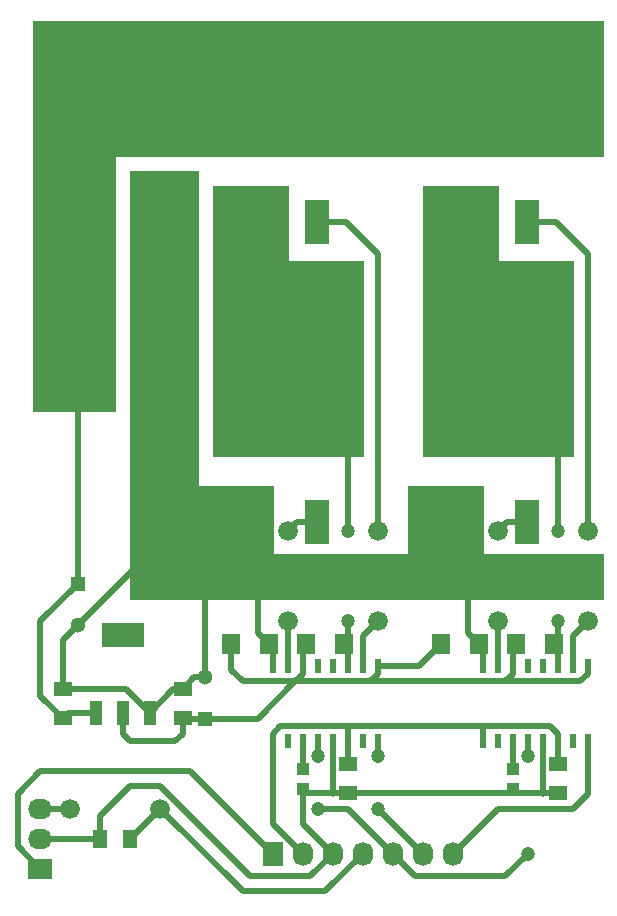
<source format=gbr>
G04 #@! TF.FileFunction,Copper,L2,Bot,Signal*
%FSLAX46Y46*%
G04 Gerber Fmt 4.6, Leading zero omitted, Abs format (unit mm)*
G04 Created by KiCad (PCBNEW 4.0.2-stable) date 2016/07/02 11:20:46*
%MOMM*%
G01*
G04 APERTURE LIST*
%ADD10C,0.100000*%
%ADD11C,1.300000*%
%ADD12R,1.300000X1.300000*%
%ADD13R,2.032000X1.727200*%
%ADD14O,2.032000X1.727200*%
%ADD15R,1.727200X2.032000*%
%ADD16O,1.727200X2.032000*%
%ADD17R,1.500000X1.300000*%
%ADD18R,1.600000X1.800000*%
%ADD19R,1.300000X1.500000*%
%ADD20R,1.998980X3.799840*%
%ADD21R,11.501120X8.999220*%
%ADD22C,1.676400*%
%ADD23R,3.657600X2.032000*%
%ADD24R,1.016000X2.032000*%
%ADD25R,0.508000X1.143000*%
%ADD26R,1.000000X1.100000*%
%ADD27C,1.200000*%
%ADD28C,0.500000*%
%ADD29C,0.025400*%
G04 APERTURE END LIST*
D10*
D11*
X78740000Y-72715000D03*
D12*
X78740000Y-69215000D03*
D13*
X75565000Y-93345000D03*
D14*
X75565000Y-90805000D03*
X75565000Y-88265000D03*
D15*
X95250000Y-92075000D03*
D16*
X97790000Y-92075000D03*
X100330000Y-92075000D03*
X102870000Y-92075000D03*
X105410000Y-92075000D03*
X107950000Y-92075000D03*
X110490000Y-92075000D03*
D11*
X89535000Y-77145000D03*
D12*
X89535000Y-80645000D03*
D17*
X101600000Y-84475000D03*
X101600000Y-86975000D03*
X119380000Y-84475000D03*
X119380000Y-86975000D03*
X77470000Y-80625000D03*
X77470000Y-78125000D03*
X87630000Y-80625000D03*
X87630000Y-78125000D03*
D18*
X98095000Y-74295000D03*
X101295000Y-74295000D03*
X109525000Y-74295000D03*
X112725000Y-74295000D03*
X115875000Y-74295000D03*
X119075000Y-74295000D03*
X91745000Y-74295000D03*
X94945000Y-74295000D03*
D19*
X80665000Y-90805000D03*
X83165000Y-90805000D03*
D12*
X78740000Y-53340000D03*
D11*
X86240000Y-53340000D03*
D12*
X78740000Y-35560000D03*
D11*
X86240000Y-35560000D03*
D20*
X99019360Y-38569900D03*
X94020640Y-38569900D03*
D21*
X96520000Y-27470100D03*
D20*
X99019360Y-63969900D03*
X94020640Y-63969900D03*
D21*
X96520000Y-52870100D03*
D20*
X116799360Y-38569900D03*
X111800640Y-38569900D03*
D21*
X114300000Y-27470100D03*
D20*
X116799360Y-63969900D03*
X111800640Y-63969900D03*
D21*
X114300000Y-52870100D03*
D22*
X104140000Y-64770000D03*
X104140000Y-72390000D03*
X96520000Y-64770000D03*
X96520000Y-72390000D03*
X121920000Y-64770000D03*
X121920000Y-72390000D03*
X114300000Y-64770000D03*
X114300000Y-72390000D03*
X78105000Y-88265000D03*
X85725000Y-88265000D03*
D23*
X82550000Y-73533000D03*
D24*
X82550000Y-80137000D03*
X80264000Y-80137000D03*
X84836000Y-80137000D03*
D25*
X104140000Y-76200000D03*
X101600000Y-76200000D03*
X100330000Y-76200000D03*
X99060000Y-76200000D03*
X97790000Y-76200000D03*
X96520000Y-76200000D03*
X95250000Y-76200000D03*
X95250000Y-82550000D03*
X96520000Y-82550000D03*
X97790000Y-82550000D03*
X99060000Y-82550000D03*
X100330000Y-82550000D03*
X101600000Y-82550000D03*
X102870000Y-82550000D03*
X104140000Y-82550000D03*
X102870000Y-76200000D03*
X121920000Y-76200000D03*
X119380000Y-76200000D03*
X118110000Y-76200000D03*
X116840000Y-76200000D03*
X115570000Y-76200000D03*
X114300000Y-76200000D03*
X113030000Y-76200000D03*
X113030000Y-82550000D03*
X114300000Y-82550000D03*
X115570000Y-82550000D03*
X116840000Y-82550000D03*
X118110000Y-82550000D03*
X119380000Y-82550000D03*
X120650000Y-82550000D03*
X121920000Y-82550000D03*
X120650000Y-76200000D03*
D26*
X97790000Y-84875000D03*
X97790000Y-86575000D03*
X115570000Y-84875000D03*
X115570000Y-86575000D03*
D27*
X101600000Y-72390000D03*
X101600000Y-64770000D03*
X119380000Y-72390000D03*
X119380000Y-64770000D03*
X116840000Y-83820000D03*
X116840000Y-92075000D03*
X99060000Y-83820000D03*
X99060000Y-88265000D03*
X104140000Y-83820000D03*
X104140000Y-88265000D03*
D28*
X97790000Y-92075000D02*
X95250000Y-89535000D01*
X95250000Y-89535000D02*
X95250000Y-82550000D01*
X95250000Y-89535000D02*
X95250000Y-82550000D01*
X101600000Y-84475000D02*
X101600000Y-82550000D01*
X119380000Y-82550000D02*
X119380000Y-84475000D01*
X101600000Y-82550000D02*
X101600000Y-81280000D01*
X113030000Y-82550000D02*
X113030000Y-81280000D01*
X95250000Y-82550000D02*
X95250000Y-81915000D01*
X119380000Y-81915000D02*
X119380000Y-82550000D01*
X118745000Y-81280000D02*
X119380000Y-81915000D01*
X95885000Y-81280000D02*
X101600000Y-81280000D01*
X101600000Y-81280000D02*
X113030000Y-81280000D01*
X113030000Y-81280000D02*
X118745000Y-81280000D01*
X95250000Y-81915000D02*
X95885000Y-81280000D01*
X100330000Y-92075000D02*
X98425000Y-93980000D01*
X80665000Y-88880000D02*
X80665000Y-90805000D01*
X83185000Y-86360000D02*
X80665000Y-88880000D01*
X85725000Y-86360000D02*
X83185000Y-86360000D01*
X93345000Y-93980000D02*
X85725000Y-86360000D01*
X98425000Y-93980000D02*
X93345000Y-93980000D01*
X75565000Y-90805000D02*
X80665000Y-90805000D01*
X100330000Y-92075000D02*
X97790000Y-89535000D01*
X97790000Y-89535000D02*
X97790000Y-86575000D01*
X100330000Y-82550000D02*
X100330000Y-86995000D01*
X100330000Y-86995000D02*
X100330000Y-86975000D01*
X114935000Y-86975000D02*
X115170000Y-86975000D01*
X115170000Y-86975000D02*
X115570000Y-86575000D01*
X97790000Y-86575000D02*
X98190000Y-86975000D01*
X98190000Y-86975000D02*
X100330000Y-86975000D01*
X100330000Y-86975000D02*
X101600000Y-86975000D01*
X100965000Y-86995000D02*
X101580000Y-86995000D01*
X101580000Y-86995000D02*
X101600000Y-86975000D01*
X118110000Y-82550000D02*
X118110000Y-86995000D01*
X118110000Y-86995000D02*
X118110000Y-86975000D01*
X101600000Y-86975000D02*
X114935000Y-86975000D01*
X114935000Y-86975000D02*
X118110000Y-86975000D01*
X118110000Y-86975000D02*
X119380000Y-86975000D01*
X78740000Y-72715000D02*
X87485100Y-63969900D01*
X87485100Y-63969900D02*
X94020640Y-63969900D01*
X77470000Y-78125000D02*
X77470000Y-73985000D01*
X77470000Y-73985000D02*
X78740000Y-72715000D01*
X89535000Y-77145000D02*
X89535000Y-68580000D01*
X89535000Y-68455540D02*
X94020640Y-63969900D01*
X89535000Y-68580000D02*
X89535000Y-68455540D01*
X87630000Y-78125000D02*
X88610000Y-77145000D01*
X88610000Y-77145000D02*
X89535000Y-77145000D01*
X77470000Y-78125000D02*
X82824000Y-78125000D01*
X82824000Y-78125000D02*
X84836000Y-80137000D01*
X84836000Y-80137000D02*
X86848000Y-78125000D01*
X86848000Y-78125000D02*
X87630000Y-78125000D01*
X94945000Y-74295000D02*
X94020640Y-73370640D01*
X94020640Y-73370640D02*
X94020640Y-63969900D01*
X112725000Y-74295000D02*
X111800640Y-73370640D01*
X111800640Y-73370640D02*
X111800640Y-63969900D01*
X112725000Y-74295000D02*
X113030000Y-74600000D01*
X113030000Y-74600000D02*
X113030000Y-76200000D01*
X94945000Y-74295000D02*
X95250000Y-74600000D01*
X95250000Y-74600000D02*
X95250000Y-76200000D01*
X78740000Y-69215000D02*
X75565000Y-72390000D01*
X75565000Y-78720000D02*
X77470000Y-80625000D01*
X75565000Y-72390000D02*
X75565000Y-78720000D01*
X78740000Y-69215000D02*
X78740000Y-53340000D01*
X77450000Y-80645000D02*
X77470000Y-80625000D01*
X77470000Y-80625000D02*
X77958000Y-80137000D01*
X77958000Y-80137000D02*
X80264000Y-80137000D01*
X89535000Y-80645000D02*
X93980000Y-80645000D01*
X93980000Y-80645000D02*
X97155000Y-77470000D01*
X82550000Y-80137000D02*
X82550000Y-81915000D01*
X87630000Y-81915000D02*
X87630000Y-80625000D01*
X86995000Y-82550000D02*
X87630000Y-81915000D01*
X83185000Y-82550000D02*
X86995000Y-82550000D01*
X82550000Y-81915000D02*
X83185000Y-82550000D01*
X89535000Y-80645000D02*
X87650000Y-80645000D01*
X87650000Y-80645000D02*
X87630000Y-80625000D01*
X91745000Y-74295000D02*
X91745000Y-76505000D01*
X95250000Y-77470000D02*
X97155000Y-77470000D01*
X91745000Y-76505000D02*
X92710000Y-77470000D01*
X92710000Y-77470000D02*
X95250000Y-77470000D01*
X114935000Y-77470000D02*
X121285000Y-77470000D01*
X121920000Y-76835000D02*
X121920000Y-76200000D01*
X121285000Y-77470000D02*
X121920000Y-76835000D01*
X103505000Y-77470000D02*
X114935000Y-77470000D01*
X115570000Y-76835000D02*
X115570000Y-76200000D01*
X114935000Y-77470000D02*
X115570000Y-76835000D01*
X97155000Y-77470000D02*
X103505000Y-77470000D01*
X104140000Y-76835000D02*
X104140000Y-76200000D01*
X103505000Y-77470000D02*
X104140000Y-76835000D01*
X97790000Y-76835000D02*
X97790000Y-76200000D01*
X97155000Y-77470000D02*
X97790000Y-76835000D01*
X109525000Y-74295000D02*
X107620000Y-76200000D01*
X107620000Y-76200000D02*
X104140000Y-76200000D01*
X115570000Y-76200000D02*
X115570000Y-74600000D01*
X115570000Y-74600000D02*
X115875000Y-74295000D01*
X97790000Y-76200000D02*
X97790000Y-74600000D01*
X97790000Y-74600000D02*
X98095000Y-74295000D01*
X96520000Y-52870100D02*
X101600000Y-57950100D01*
X101600000Y-72390000D02*
X101600000Y-73990000D01*
X101600000Y-57950100D02*
X101600000Y-64770000D01*
X101600000Y-73990000D02*
X101295000Y-74295000D01*
X101600000Y-76200000D02*
X101600000Y-74600000D01*
X101600000Y-74600000D02*
X101295000Y-74295000D01*
X114300000Y-52870100D02*
X119380000Y-57950100D01*
X119380000Y-72390000D02*
X119380000Y-73990000D01*
X119380000Y-57950100D02*
X119380000Y-64770000D01*
X119380000Y-73990000D02*
X119075000Y-74295000D01*
X119380000Y-76200000D02*
X119380000Y-74600000D01*
X119380000Y-74600000D02*
X119075000Y-74295000D01*
X85725000Y-88265000D02*
X92710000Y-95250000D01*
X99695000Y-95250000D02*
X102870000Y-92075000D01*
X92710000Y-95250000D02*
X99695000Y-95250000D01*
X83165000Y-90805000D02*
X83185000Y-90805000D01*
X83185000Y-90805000D02*
X85725000Y-88265000D01*
X105410000Y-92075000D02*
X107315000Y-93980000D01*
X116840000Y-83820000D02*
X116840000Y-82550000D01*
X116840000Y-92075000D02*
X114935000Y-93980000D01*
X107315000Y-93980000D02*
X114935000Y-93980000D01*
X105410000Y-92075000D02*
X101600000Y-88265000D01*
X99060000Y-83820000D02*
X99060000Y-82550000D01*
X101600000Y-88265000D02*
X99060000Y-88265000D01*
X107950000Y-92075000D02*
X104140000Y-88265000D01*
X104140000Y-83820000D02*
X104140000Y-82550000D01*
X110490000Y-92075000D02*
X114300000Y-88265000D01*
X121920000Y-86995000D02*
X121920000Y-82550000D01*
X120650000Y-88265000D02*
X121920000Y-86995000D01*
X114300000Y-88265000D02*
X120650000Y-88265000D01*
X75565000Y-93345000D02*
X73660000Y-91440000D01*
X88265000Y-85090000D02*
X95250000Y-92075000D01*
X75565000Y-85090000D02*
X88265000Y-85090000D01*
X73660000Y-86995000D02*
X75565000Y-85090000D01*
X73660000Y-91440000D02*
X73660000Y-86995000D01*
X75565000Y-88265000D02*
X78105000Y-88265000D01*
X104140000Y-64770000D02*
X104140000Y-41275000D01*
X101434900Y-38569900D02*
X99019360Y-38569900D01*
X104140000Y-41275000D02*
X101434900Y-38569900D01*
X96520000Y-64770000D02*
X97320100Y-63969900D01*
X97320100Y-63969900D02*
X99019360Y-63969900D01*
X121920000Y-64770000D02*
X121920000Y-41275000D01*
X119214900Y-38569900D02*
X116799360Y-38569900D01*
X121920000Y-41275000D02*
X119214900Y-38569900D01*
X114300000Y-64770000D02*
X115100100Y-63969900D01*
X115100100Y-63969900D02*
X116799360Y-63969900D01*
X97790000Y-84875000D02*
X97790000Y-82550000D01*
X115570000Y-84875000D02*
X115570000Y-82550000D01*
X102870000Y-76200000D02*
X102870000Y-73660000D01*
X102870000Y-73660000D02*
X104140000Y-72390000D01*
X96520000Y-76200000D02*
X96520000Y-72390000D01*
X120650000Y-76200000D02*
X120650000Y-73660000D01*
X120650000Y-73660000D02*
X121920000Y-72390000D01*
X114300000Y-72390000D02*
X114300000Y-76200000D01*
D29*
G36*
X96507300Y-41910000D02*
X96508301Y-41914941D01*
X96511145Y-41919103D01*
X96515384Y-41921831D01*
X96520000Y-41922700D01*
X102857300Y-41922700D01*
X102857300Y-58407300D01*
X90182700Y-58407300D01*
X90182700Y-35572700D01*
X96507300Y-35572700D01*
X96507300Y-41910000D01*
X96507300Y-41910000D01*
G37*
X96507300Y-41910000D02*
X96508301Y-41914941D01*
X96511145Y-41919103D01*
X96515384Y-41921831D01*
X96520000Y-41922700D01*
X102857300Y-41922700D01*
X102857300Y-58407300D01*
X90182700Y-58407300D01*
X90182700Y-35572700D01*
X96507300Y-35572700D01*
X96507300Y-41910000D01*
G36*
X114287300Y-41910000D02*
X114288301Y-41914941D01*
X114291145Y-41919103D01*
X114295384Y-41921831D01*
X114300000Y-41922700D01*
X120637300Y-41922700D01*
X120637300Y-58407300D01*
X107962700Y-58407300D01*
X107962700Y-35572700D01*
X114287300Y-35572700D01*
X114287300Y-41910000D01*
X114287300Y-41910000D01*
G37*
X114287300Y-41910000D02*
X114288301Y-41914941D01*
X114291145Y-41919103D01*
X114295384Y-41921831D01*
X114300000Y-41922700D01*
X120637300Y-41922700D01*
X120637300Y-58407300D01*
X107962700Y-58407300D01*
X107962700Y-35572700D01*
X114287300Y-35572700D01*
X114287300Y-41910000D01*
G36*
X88887300Y-60960000D02*
X88888301Y-60964941D01*
X88891145Y-60969103D01*
X88895384Y-60971831D01*
X88900000Y-60972700D01*
X95237300Y-60972700D01*
X95237300Y-66675000D01*
X95238301Y-66679941D01*
X95241145Y-66684103D01*
X95245384Y-66686831D01*
X95250000Y-66687700D01*
X106680000Y-66687700D01*
X106684941Y-66686699D01*
X106689103Y-66683855D01*
X106691831Y-66679616D01*
X106692700Y-66675000D01*
X106692700Y-60972700D01*
X113017300Y-60972700D01*
X113017300Y-66675000D01*
X113018301Y-66679941D01*
X113021145Y-66684103D01*
X113025384Y-66686831D01*
X113030000Y-66687700D01*
X123177300Y-66687700D01*
X123177300Y-70472300D01*
X83197700Y-70472300D01*
X83197700Y-34302700D01*
X88887300Y-34302700D01*
X88887300Y-60960000D01*
X88887300Y-60960000D01*
G37*
X88887300Y-60960000D02*
X88888301Y-60964941D01*
X88891145Y-60969103D01*
X88895384Y-60971831D01*
X88900000Y-60972700D01*
X95237300Y-60972700D01*
X95237300Y-66675000D01*
X95238301Y-66679941D01*
X95241145Y-66684103D01*
X95245384Y-66686831D01*
X95250000Y-66687700D01*
X106680000Y-66687700D01*
X106684941Y-66686699D01*
X106689103Y-66683855D01*
X106691831Y-66679616D01*
X106692700Y-66675000D01*
X106692700Y-60972700D01*
X113017300Y-60972700D01*
X113017300Y-66675000D01*
X113018301Y-66679941D01*
X113021145Y-66684103D01*
X113025384Y-66686831D01*
X113030000Y-66687700D01*
X123177300Y-66687700D01*
X123177300Y-70472300D01*
X83197700Y-70472300D01*
X83197700Y-34302700D01*
X88887300Y-34302700D01*
X88887300Y-60960000D01*
G36*
X123177300Y-33007300D02*
X81915000Y-33007300D01*
X81910059Y-33008301D01*
X81905897Y-33011145D01*
X81903169Y-33015384D01*
X81902300Y-33020000D01*
X81902300Y-54597300D01*
X74942700Y-54597300D01*
X74942700Y-21602700D01*
X123177300Y-21602700D01*
X123177300Y-33007300D01*
X123177300Y-33007300D01*
G37*
X123177300Y-33007300D02*
X81915000Y-33007300D01*
X81910059Y-33008301D01*
X81905897Y-33011145D01*
X81903169Y-33015384D01*
X81902300Y-33020000D01*
X81902300Y-54597300D01*
X74942700Y-54597300D01*
X74942700Y-21602700D01*
X123177300Y-21602700D01*
X123177300Y-33007300D01*
M02*

</source>
